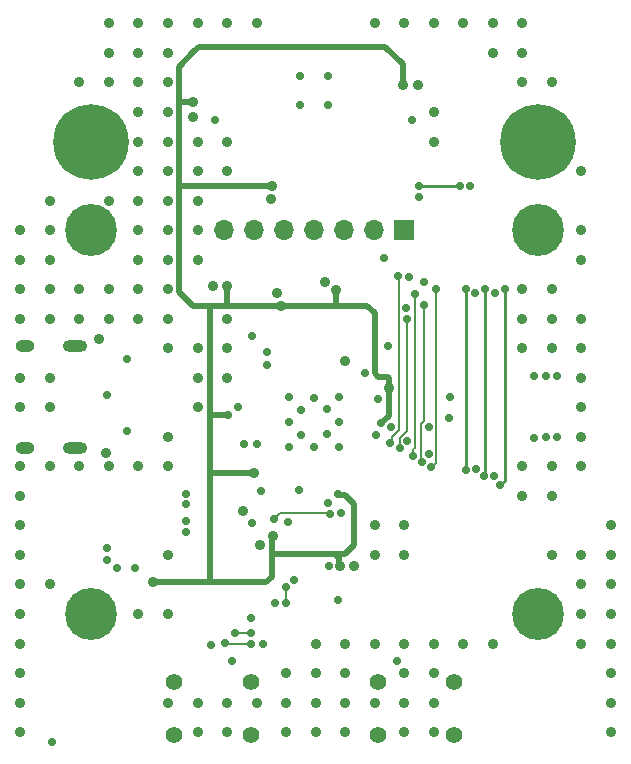
<source format=gbr>
%TF.GenerationSoftware,KiCad,Pcbnew,8.0.6*%
%TF.CreationDate,2025-02-27T14:04:23-08:00*%
%TF.ProjectId,Tempting,54656d70-7469-46e6-972e-6b696361645f,rev?*%
%TF.SameCoordinates,PX7ce2370PY7735940*%
%TF.FileFunction,Copper,L4,Bot*%
%TF.FilePolarity,Positive*%
%FSLAX46Y46*%
G04 Gerber Fmt 4.6, Leading zero omitted, Abs format (unit mm)*
G04 Created by KiCad (PCBNEW 8.0.6) date 2025-02-27 14:04:23*
%MOMM*%
%LPD*%
G01*
G04 APERTURE LIST*
%TA.AperFunction,ComponentPad*%
%ADD10C,1.400000*%
%TD*%
%TA.AperFunction,ComponentPad*%
%ADD11O,2.100000X1.000000*%
%TD*%
%TA.AperFunction,ComponentPad*%
%ADD12O,1.600000X1.000000*%
%TD*%
%TA.AperFunction,ComponentPad*%
%ADD13C,0.700000*%
%TD*%
%TA.AperFunction,ComponentPad*%
%ADD14C,4.400000*%
%TD*%
%TA.AperFunction,ComponentPad*%
%ADD15C,0.800000*%
%TD*%
%TA.AperFunction,ComponentPad*%
%ADD16C,6.400000*%
%TD*%
%TA.AperFunction,ComponentPad*%
%ADD17R,1.700000X1.700000*%
%TD*%
%TA.AperFunction,ComponentPad*%
%ADD18O,1.700000X1.700000*%
%TD*%
%TA.AperFunction,ViaPad*%
%ADD19C,0.700000*%
%TD*%
%TA.AperFunction,ViaPad*%
%ADD20C,0.900000*%
%TD*%
%TA.AperFunction,Conductor*%
%ADD21C,0.500000*%
%TD*%
%TA.AperFunction,Conductor*%
%ADD22C,0.156500*%
%TD*%
%TA.AperFunction,Conductor*%
%ADD23C,0.250000*%
%TD*%
G04 APERTURE END LIST*
D10*
%TO.P,SW2,1,1*%
%TO.N,GND*%
X38300000Y2250000D03*
%TO.P,SW2,2,2*%
X31800000Y2250000D03*
%TO.P,SW2,3,K*%
%TO.N,/BUTTON_2*%
X38300000Y6750000D03*
%TO.P,SW2,4,A*%
X31800000Y6750000D03*
%TD*%
D11*
%TO.P,J4,S1,SHIELD*%
%TO.N,GND*%
X6150000Y35210000D03*
D12*
X1970000Y35210000D03*
D11*
X6150000Y26570000D03*
D12*
X1970000Y26570000D03*
%TD*%
D13*
%TO.P,H4,1,1*%
%TO.N,GND*%
X5850000Y45000000D03*
X6333274Y46166726D03*
X6333274Y43833274D03*
X7500000Y46650000D03*
D14*
X7500000Y45000000D03*
D13*
X7500000Y43350000D03*
X8666726Y46166726D03*
X8666726Y43833274D03*
X9150000Y45000000D03*
%TD*%
%TO.P,H3,1,1*%
%TO.N,GND*%
X5850000Y12500000D03*
X6333274Y13666726D03*
X6333274Y11333274D03*
X7500000Y14150000D03*
D14*
X7500000Y12500000D03*
D13*
X7500000Y10850000D03*
X8666726Y13666726D03*
X8666726Y11333274D03*
X9150000Y12500000D03*
%TD*%
%TO.P,H2,1,1*%
%TO.N,GND*%
X43710000Y45000000D03*
X44193274Y46166726D03*
X44193274Y43833274D03*
X45360000Y46650000D03*
D14*
X45360000Y45000000D03*
D13*
X45360000Y43350000D03*
X46526726Y46166726D03*
X46526726Y43833274D03*
X47010000Y45000000D03*
%TD*%
D15*
%TO.P,H6,1,1*%
%TO.N,GND*%
X42960000Y52500000D03*
X43662944Y54197056D03*
X43662944Y50802944D03*
X45360000Y54900000D03*
D16*
X45360000Y52500000D03*
D15*
X45360000Y50100000D03*
X47057056Y54197056D03*
X47057056Y50802944D03*
X47760000Y52500000D03*
%TD*%
D10*
%TO.P,SW1,1,1*%
%TO.N,GND*%
X21050000Y2250000D03*
%TO.P,SW1,2,2*%
X14550000Y2250000D03*
%TO.P,SW1,3,K*%
%TO.N,/BUTTON_1*%
X21050000Y6750000D03*
%TO.P,SW1,4,A*%
X14550000Y6750000D03*
%TD*%
D15*
%TO.P,H5,1,1*%
%TO.N,GND*%
X5100000Y52500000D03*
X5802944Y54197056D03*
X5802944Y50802944D03*
X7500000Y54900000D03*
D16*
X7500000Y52500000D03*
D15*
X7500000Y50100000D03*
X9197056Y54197056D03*
X9197056Y50802944D03*
X9900000Y52500000D03*
%TD*%
D17*
%TO.P,J2,1,Pin_1*%
%TO.N,/OLED_NRST*%
X34050000Y45000000D03*
D18*
%TO.P,J2,2,Pin_2*%
%TO.N,/OLED_DC*%
X31510000Y45000000D03*
%TO.P,J2,3,Pin_3*%
%TO.N,/OLED_NCS*%
X28970000Y45000000D03*
%TO.P,J2,4,Pin_4*%
%TO.N,/OLED_CLK*%
X26430000Y45000000D03*
%TO.P,J2,5,Pin_5*%
%TO.N,/OLED_DIN*%
X23890000Y45000000D03*
%TO.P,J2,6,Pin_6*%
%TO.N,GND*%
X21350000Y45000000D03*
%TO.P,J2,7,Pin_7*%
%TO.N,+3.3V*%
X18810000Y45000000D03*
%TD*%
D13*
%TO.P,H1,1,1*%
%TO.N,GND*%
X43710000Y12500000D03*
X44193274Y13666726D03*
X44193274Y11333274D03*
X45360000Y14150000D03*
D14*
X45360000Y12500000D03*
D13*
X45360000Y10850000D03*
X46526726Y13666726D03*
X46526726Y11333274D03*
X47010000Y12500000D03*
%TD*%
D19*
%TO.N,GND*%
X31695115Y27693365D03*
X27600000Y58050000D03*
D20*
X46550000Y37500000D03*
X46550000Y17500000D03*
X49050000Y27500000D03*
X41550000Y60000000D03*
X34050000Y7500000D03*
X17820000Y40310000D03*
X26550000Y2500000D03*
X34050000Y5000000D03*
X1550000Y2500000D03*
X20440000Y21250000D03*
D19*
X10560000Y28010000D03*
X45030000Y32630000D03*
D20*
X36550000Y2500000D03*
X1550000Y42500000D03*
X24050000Y5000000D03*
D19*
X24325000Y30850000D03*
D20*
X1550000Y40000000D03*
X1550000Y25000000D03*
D19*
X27525000Y29825000D03*
D20*
X16550000Y35000000D03*
X1550000Y22500000D03*
X1550000Y5000000D03*
X11550000Y62500000D03*
X46550000Y22500000D03*
D19*
X27600000Y55600000D03*
D20*
X4050000Y40000000D03*
X51550000Y7500000D03*
X51550000Y15000000D03*
D19*
X35710000Y40580000D03*
D20*
X49050000Y10000000D03*
X9050000Y62500000D03*
D19*
X35300000Y47799997D03*
X32650000Y35150000D03*
D20*
X11550000Y42500000D03*
X44050000Y60000000D03*
X4050000Y47500000D03*
D19*
X20450000Y26930000D03*
D20*
X14050000Y42500000D03*
X16550000Y45000000D03*
D19*
X32340000Y42600000D03*
D20*
X14050000Y60000000D03*
D19*
X34450000Y41025000D03*
X31860000Y30670000D03*
D20*
X35180000Y57280000D03*
D19*
X28525000Y28725000D03*
D20*
X9050000Y37500000D03*
X26550000Y10000000D03*
X8800000Y26090000D03*
X24050000Y2500000D03*
X9050000Y40000000D03*
X9050000Y57500000D03*
X22810000Y47610000D03*
D19*
X32962500Y28350000D03*
D20*
X49050000Y17500000D03*
X1550000Y17500000D03*
X44050000Y37500000D03*
D19*
X25200000Y55600000D03*
D20*
X29050000Y10000000D03*
D19*
X21900000Y22900000D03*
D20*
X34050000Y62500000D03*
X16550000Y50000000D03*
X16550000Y62500000D03*
D19*
X34219979Y38371751D03*
D20*
X31550000Y5000000D03*
X11550000Y12500000D03*
D19*
X9720000Y16360000D03*
D20*
X14050000Y57500000D03*
X1550000Y32500000D03*
X4050000Y32500000D03*
X19050000Y5000000D03*
X1550000Y12500000D03*
D19*
X36137500Y26050001D03*
X41724998Y39640310D03*
X34321750Y27150000D03*
D20*
X9050000Y25000000D03*
X51550000Y12500000D03*
X29050000Y5000000D03*
D19*
X17660000Y9910000D03*
D20*
X39050000Y10000000D03*
X14050000Y25000000D03*
X4050000Y30000000D03*
X16550000Y5000000D03*
X6550000Y37500000D03*
X19050000Y35000000D03*
D19*
X45010000Y27440000D03*
X24175000Y20250000D03*
D20*
X29050000Y7500000D03*
X41550000Y62500000D03*
X1550000Y7500000D03*
X11550000Y52500000D03*
X14050000Y52500000D03*
X34050000Y20000000D03*
X14050000Y50000000D03*
D19*
X47010000Y32640000D03*
X28525000Y30850000D03*
D20*
X16550000Y47500000D03*
D19*
X8925000Y31050000D03*
X23150431Y13393800D03*
X18050000Y54300000D03*
D20*
X14050000Y47500000D03*
X19050000Y37500000D03*
X51550000Y17500000D03*
D19*
X22450000Y33600000D03*
D20*
X44050000Y57500000D03*
X11550000Y60000000D03*
X4050000Y25000000D03*
X39050000Y62500000D03*
X1550000Y45000000D03*
X6550000Y57500000D03*
X41550000Y10000000D03*
X14050000Y40000000D03*
D19*
X27577428Y21891053D03*
D20*
X11550000Y37500000D03*
D19*
X21090000Y12140000D03*
D20*
X14050000Y27500000D03*
X9050000Y47500000D03*
D19*
X46050000Y27450000D03*
D20*
X21550000Y5000000D03*
X29770000Y16580000D03*
X36550000Y62500000D03*
X31550000Y20000000D03*
X23298619Y39635009D03*
D19*
X46990000Y27450000D03*
D20*
X11550000Y47500000D03*
X34050000Y17500000D03*
D19*
X28668182Y21009269D03*
D20*
X11550000Y25000000D03*
X19050000Y52500000D03*
D19*
X19450000Y8550000D03*
D20*
X34050000Y2500000D03*
X51550000Y5000000D03*
X19050000Y2500000D03*
X1550000Y15000000D03*
X27340000Y40650000D03*
X49050000Y42500000D03*
X11550000Y57500000D03*
D19*
X15610000Y20410000D03*
D20*
X29050000Y2500000D03*
X16550000Y52500000D03*
X9050000Y60000000D03*
D19*
X27650000Y16550000D03*
X20000000Y30000000D03*
X15610000Y21800000D03*
D20*
X16550000Y30000000D03*
X19050000Y50000000D03*
D19*
X37890000Y30907500D03*
D20*
X6550000Y40000000D03*
X46550000Y25000000D03*
X8200000Y35810000D03*
X36550000Y55000000D03*
X11550000Y40000000D03*
X49050000Y50000000D03*
D19*
X40135903Y24808683D03*
D20*
X16550000Y2500000D03*
D19*
X10560000Y34100000D03*
D20*
X1550000Y30000000D03*
X26550000Y5000000D03*
X4050000Y37500000D03*
X21810000Y18360000D03*
D19*
X21145000Y20180000D03*
X24679482Y15378250D03*
X34750000Y54300000D03*
D20*
X44050000Y25000000D03*
X11550000Y45000000D03*
X44050000Y40000000D03*
X16550000Y42500000D03*
X51550000Y2500000D03*
X4050000Y42500000D03*
X24050000Y7500000D03*
D19*
X39650003Y48750000D03*
D20*
X34050000Y10000000D03*
X14050000Y62500000D03*
X36550000Y10000000D03*
X49050000Y30000000D03*
D19*
X25325000Y27675000D03*
D20*
X46550000Y35000000D03*
X11550000Y50000000D03*
D19*
X25175000Y22975000D03*
X33450000Y8550000D03*
X25200000Y58050000D03*
D20*
X31550000Y62500000D03*
X29010000Y33890000D03*
X36550000Y5000000D03*
X46550000Y40000000D03*
X44050000Y22500000D03*
X49050000Y37500000D03*
X19050000Y62500000D03*
X1550000Y20000000D03*
X49050000Y12500000D03*
D19*
X21150000Y36050000D03*
D20*
X49050000Y32500000D03*
D19*
X22090000Y9990000D03*
D20*
X49050000Y15000000D03*
X36550000Y52500000D03*
X6550000Y25000000D03*
D19*
X28525000Y26650000D03*
X40074998Y39640310D03*
X21550000Y26930000D03*
X41674937Y24164408D03*
D20*
X46550000Y57500000D03*
X1550000Y10000000D03*
X21550000Y62500000D03*
D19*
X15600000Y19460000D03*
D20*
X14050000Y37500000D03*
D19*
X30750000Y32931136D03*
X28450000Y13650000D03*
D20*
X14050000Y35000000D03*
D19*
X26425000Y30825000D03*
D20*
X31550000Y10000000D03*
D19*
X46070000Y32640000D03*
D20*
X19050000Y32500000D03*
D19*
X25325000Y29800000D03*
D20*
X51550000Y10000000D03*
D19*
X24300000Y28725000D03*
X27550000Y27725000D03*
D20*
X36550000Y7500000D03*
X14050000Y17500000D03*
D19*
X36137500Y28355000D03*
D20*
X16150000Y54600000D03*
D19*
X8920000Y18050000D03*
X11240000Y16390000D03*
D20*
X14050000Y45000000D03*
X14050000Y55000000D03*
X44050000Y35000000D03*
D19*
X8880000Y17100000D03*
X4200000Y1690000D03*
X24325000Y26650000D03*
D20*
X14050000Y5000000D03*
X16550000Y32500000D03*
X11550000Y55000000D03*
X31550000Y17500000D03*
X1550000Y37500000D03*
X51550000Y20000000D03*
X49050000Y45000000D03*
D19*
X26425000Y26600000D03*
X15610000Y22640000D03*
D20*
X4050000Y45000000D03*
X49050000Y25000000D03*
X49050000Y35000000D03*
D19*
X22450000Y34650000D03*
X37877500Y29092500D03*
D20*
X14050000Y12500000D03*
X26550000Y7500000D03*
X44050000Y62500000D03*
X4050000Y15000000D03*
%TO.N,+3.3V*%
X33910000Y57320000D03*
X28649927Y16562345D03*
X23610000Y38580000D03*
X22845000Y48775000D03*
D19*
X28470000Y22640000D03*
X19139756Y29368250D03*
D20*
X16130000Y55840000D03*
X28240000Y39920000D03*
X21300352Y24441340D03*
X22942451Y19087549D03*
X19050000Y40300000D03*
X12820000Y15230000D03*
X32720000Y31620000D03*
D19*
X32080000Y28630000D03*
%TO.N,/SWD_NRST*%
X23010000Y20580000D03*
X27769395Y20962515D03*
%TO.N,/BUTTON_1*%
X18850000Y10030000D03*
X21090000Y10000000D03*
%TO.N,/BUTTON_2*%
X21090000Y10921385D03*
X19720000Y10921385D03*
%TO.N,/OLED_CLK*%
X35549949Y25368250D03*
X35700000Y38675000D03*
%TO.N,/OLED_NCS*%
X34950000Y39628250D03*
X34829375Y25918250D03*
%TO.N,/OLED_DIN*%
X33680741Y26518250D03*
X34253250Y37450000D03*
%TO.N,/OLED_DC*%
X33550000Y41075000D03*
X32856872Y26988250D03*
%TO.N,/OLED_NRST*%
X36725000Y39975000D03*
X36333231Y24925000D03*
%TO.N,/LED_R*%
X38750000Y48750000D03*
X35300000Y48700000D03*
%TO.N,/SENSORS_SDA*%
X24028250Y14750000D03*
X24050000Y13421750D03*
%TO.N,/LED_R_MCU*%
X42550000Y40000000D03*
X42150000Y23400000D03*
%TO.N,/LED_G_MCU*%
X40775000Y24175000D03*
X40900000Y40000000D03*
%TO.N,/LED_B_MCU*%
X39250000Y24650000D03*
X39250000Y40000000D03*
%TD*%
D21*
%TO.N,+3.3V*%
X32080000Y28630000D02*
X32720000Y29270000D01*
X32720000Y29270000D02*
X32720000Y31620000D01*
D22*
%TO.N,/OLED_NRST*%
X36765750Y25265750D02*
X36765750Y39934250D01*
X36333231Y24925000D02*
X36425000Y24925000D01*
X36425000Y24925000D02*
X36765750Y25265750D01*
X36765750Y39934250D02*
X36725000Y39975000D01*
%TO.N,/OLED_DC*%
X32990000Y27121378D02*
X32990000Y27460000D01*
X32990000Y27460000D02*
X33590750Y28060750D01*
X32856872Y26988250D02*
X32990000Y27121378D01*
X33590750Y28060750D02*
X33590750Y41034250D01*
X33590750Y41034250D02*
X33550000Y41075000D01*
%TO.N,/OLED_DIN*%
X33680741Y26518250D02*
X33680741Y27432702D01*
X33680741Y27432702D02*
X34253250Y28005211D01*
X34253250Y28005211D02*
X34253250Y37450000D01*
%TO.N,/OLED_NCS*%
X34829375Y25918250D02*
X34829375Y26429375D01*
X34829375Y26429375D02*
X34950000Y26550000D01*
X34950000Y26550000D02*
X34950000Y39628250D01*
%TO.N,/OLED_CLK*%
X35549949Y25368250D02*
X35509250Y25408949D01*
X35509250Y25408949D02*
X35509250Y28615230D01*
X35700000Y28805980D02*
X35700000Y38675000D01*
X35509250Y28615230D02*
X35700000Y28805980D01*
D21*
%TO.N,+3.3V*%
X28500000Y17260000D02*
X28500000Y16712272D01*
X31550000Y32870000D02*
X31550000Y37970000D01*
X23160000Y38580000D02*
X23610000Y38580000D01*
X21271692Y24470000D02*
X21300352Y24441340D01*
X33910000Y59090000D02*
X33910000Y57350000D01*
X17600000Y24470000D02*
X21271692Y24470000D01*
X28502411Y22607589D02*
X28470000Y22640000D01*
X16260000Y60160000D02*
X16640000Y60540000D01*
X17600000Y15230000D02*
X22390000Y15230000D01*
X19091506Y29320000D02*
X19139756Y29368250D01*
X29062411Y22607589D02*
X28502411Y22607589D01*
X28230000Y38580000D02*
X27200000Y38580000D01*
X28180000Y17580000D02*
X28500000Y17260000D01*
X29840000Y18350000D02*
X29840000Y21830000D01*
X27200000Y38580000D02*
X23610000Y38580000D01*
X17600000Y29320000D02*
X17600000Y38560000D01*
X31840000Y32580000D02*
X31550000Y32870000D01*
X28180000Y17580000D02*
X29070000Y17580000D01*
X22830000Y15670000D02*
X22830000Y17580000D01*
X19020000Y40270000D02*
X19050000Y40300000D01*
X32720000Y32440000D02*
X32580000Y32580000D01*
X33910000Y57350000D02*
X33910000Y57320000D01*
X28500000Y16712272D02*
X28649927Y16562345D01*
X14950000Y48550000D02*
X14950000Y55840000D01*
X29070000Y17580000D02*
X29840000Y18350000D01*
X28240000Y38590000D02*
X28230000Y38580000D01*
X17600000Y24470000D02*
X17600000Y29320000D01*
X30940000Y38580000D02*
X27200000Y38580000D01*
X17600000Y38560000D02*
X17580000Y38580000D01*
X22390000Y15230000D02*
X22830000Y15670000D01*
X32580000Y32580000D02*
X31840000Y32580000D01*
X32150000Y60540000D02*
X32460000Y60540000D01*
X32460000Y60540000D02*
X33910000Y59090000D01*
X16640000Y60540000D02*
X32150000Y60540000D01*
X22810000Y48740000D02*
X14990000Y48740000D01*
X17600000Y15230000D02*
X17600000Y24470000D01*
X14950000Y58850000D02*
X16260000Y60160000D01*
X22830000Y17580000D02*
X28180000Y17580000D01*
X14950000Y55840000D02*
X16130000Y55840000D01*
X19020000Y38580000D02*
X23160000Y38580000D01*
X22830000Y18975098D02*
X22942451Y19087549D01*
X28240000Y39920000D02*
X28240000Y38590000D01*
X14950000Y55840000D02*
X14950000Y58850000D01*
X22830000Y17580000D02*
X22830000Y18975098D01*
X17580000Y38580000D02*
X19020000Y38580000D01*
X29840000Y21830000D02*
X29062411Y22607589D01*
X17580000Y38580000D02*
X16140000Y38580000D01*
X14990000Y48740000D02*
X14980000Y48730000D01*
X32720000Y31620000D02*
X32720000Y32440000D01*
X31550000Y37970000D02*
X30940000Y38580000D01*
X17600000Y29320000D02*
X19091506Y29320000D01*
X14950000Y39770000D02*
X14950000Y48550000D01*
X19020000Y38580000D02*
X19020000Y40270000D01*
X16140000Y38580000D02*
X14950000Y39770000D01*
X12820000Y15230000D02*
X17600000Y15230000D01*
X22845000Y48775000D02*
X22810000Y48740000D01*
D22*
%TO.N,/SWD_NRST*%
X27656910Y21075000D02*
X27769395Y20962515D01*
X23010000Y20580000D02*
X23505000Y21075000D01*
X23505000Y21075000D02*
X27656910Y21075000D01*
%TO.N,/BUTTON_1*%
X18850000Y10000000D02*
X21090000Y10000000D01*
X21090000Y10000000D02*
X21100000Y10000000D01*
%TO.N,/BUTTON_2*%
X19720000Y10921385D02*
X19678615Y10921385D01*
X21090000Y10921385D02*
X19720000Y10921385D01*
X21100000Y10921385D02*
X21090000Y10921385D01*
D23*
%TO.N,/LED_R*%
X38750000Y48750000D02*
X35350000Y48750000D01*
X35350000Y48750000D02*
X35300000Y48700000D01*
D22*
%TO.N,/SENSORS_SDA*%
X24050000Y14728250D02*
X24028250Y14750000D01*
X24050000Y13421750D02*
X24050000Y14728250D01*
D23*
%TO.N,/LED_R_MCU*%
X42550000Y23800000D02*
X42550000Y40000000D01*
X42150000Y23400000D02*
X42550000Y23800000D01*
%TO.N,/LED_G_MCU*%
X40900000Y24300000D02*
X40900000Y40000000D01*
X40775000Y24175000D02*
X40900000Y24300000D01*
%TO.N,/LED_B_MCU*%
X39250000Y24650000D02*
X39250000Y40000000D01*
%TD*%
M02*

</source>
